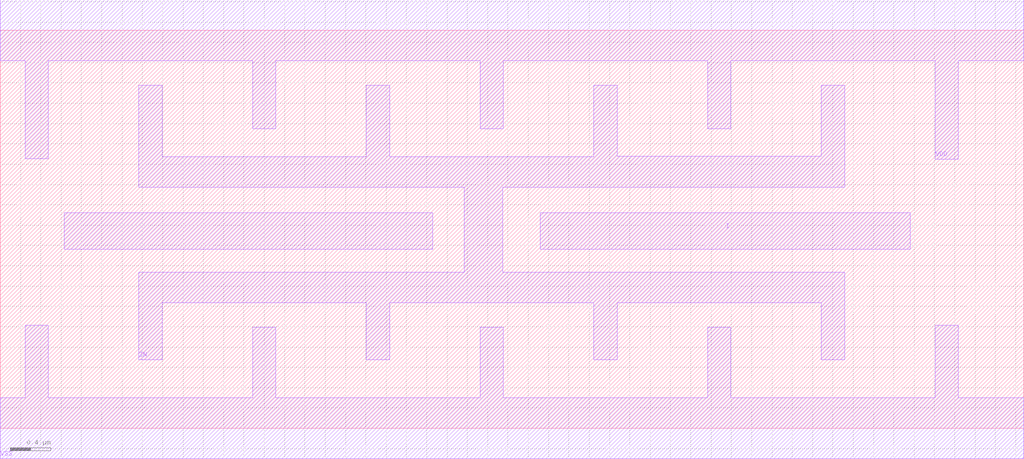
<source format=lef>
# Copyright 2022 GlobalFoundries PDK Authors
#
# Licensed under the Apache License, Version 2.0 (the "License");
# you may not use this file except in compliance with the License.
# You may obtain a copy of the License at
#
#      http://www.apache.org/licenses/LICENSE-2.0
#
# Unless required by applicable law or agreed to in writing, software
# distributed under the License is distributed on an "AS IS" BASIS,
# WITHOUT WARRANTIES OR CONDITIONS OF ANY KIND, either express or implied.
# See the License for the specific language governing permissions and
# limitations under the License.

MACRO gf180mcu_fd_sc_mcu7t5v0__inv_8
  CLASS core ;
  FOREIGN gf180mcu_fd_sc_mcu7t5v0__inv_8 0.0 0.0 ;
  ORIGIN 0 0 ;
  SYMMETRY X Y ;
  SITE GF018hv5v_mcu_sc7 ;
  SIZE 10.08 BY 3.92 ;
  PIN I
    DIRECTION INPUT ;
    ANTENNAGATEAREA 8.816 ;
    PORT
      LAYER METAL1 ;
        POLYGON 0.63 1.765 4.26 1.765 4.26 2.12 0.63 2.12  ;
        POLYGON 5.32 1.765 8.96 1.765 8.96 2.12 5.32 2.12  ;
    END
  END I
  PIN ZN
    DIRECTION OUTPUT ;
    ANTENNADIFFAREA 5.2192 ;
    PORT
      LAYER METAL1 ;
        POLYGON 4.95 2.375 8.315 2.375 8.315 3.38 8.085 3.38 8.085 2.68 6.075 2.68 6.075 3.38 5.845 3.38 5.845 2.675 3.835 2.675 3.835 3.38 3.605 3.38 3.605 2.675 1.595 2.675 1.595 3.38 1.365 3.38 1.365 2.375 4.57 2.375 4.57 1.535 1.365 1.535 1.365 0.675 1.595 0.675 1.595 1.235 3.605 1.235 3.605 0.675 3.835 0.675 3.835 1.235 5.845 1.235 5.845 0.675 6.075 0.675 6.075 1.235 8.085 1.235 8.085 0.675 8.315 0.675 8.315 1.535 4.95 1.535  ;
    END
  END ZN
  PIN VDD
    DIRECTION INOUT ;
    USE power ;
    SHAPE ABUTMENT ;
    PORT
      LAYER METAL1 ;
        POLYGON 0 3.62 0.245 3.62 0.245 2.655 0.475 2.655 0.475 3.62 2.485 3.62 2.485 2.95 2.715 2.95 2.715 3.62 4.725 3.62 4.725 2.95 4.955 2.95 4.955 3.62 6.965 3.62 6.965 2.95 7.195 2.95 7.195 3.62 9.205 3.62 9.205 2.65 9.435 2.65 9.435 3.62 10.08 3.62 10.08 4.22 0 4.22  ;
    END
  END VDD
  PIN VSS
    DIRECTION INOUT ;
    USE ground ;
    SHAPE ABUTMENT ;
    PORT
      LAYER METAL1 ;
        POLYGON 0 -0.3 10.08 -0.3 10.08 0.3 9.435 0.3 9.435 1.015 9.205 1.015 9.205 0.3 7.195 0.3 7.195 0.995 6.965 0.995 6.965 0.3 4.955 0.3 4.955 0.995 4.725 0.995 4.725 0.3 2.715 0.3 2.715 0.995 2.485 0.995 2.485 0.3 0.475 0.3 0.475 1.015 0.245 1.015 0.245 0.3 0 0.3  ;
    END
  END VSS
END gf180mcu_fd_sc_mcu7t5v0__inv_8

</source>
